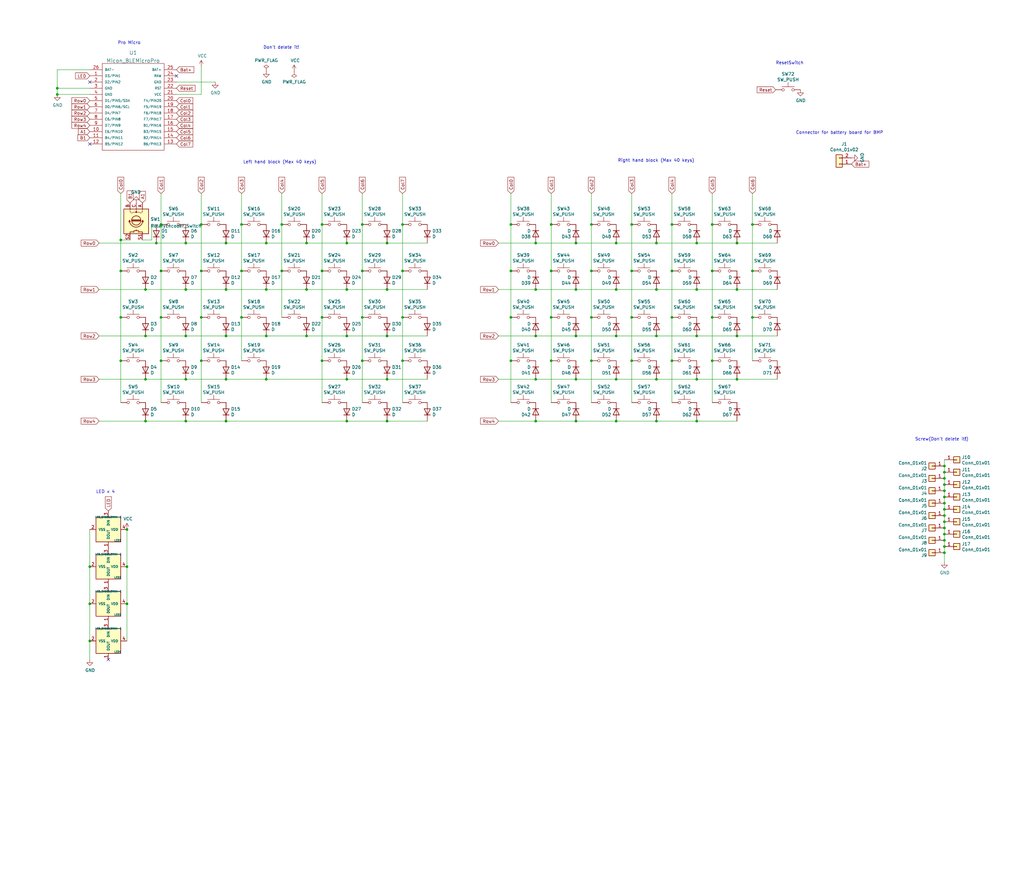
<source format=kicad_sch>
(kicad_sch (version 20211123) (generator eeschema)
  (paper "User" 419.989 360.045)
  (junction (at 226.06 147.955))
  (junction (at 132.08 111.125))
  (junction (at 82.55 92.075))
  (junction (at 109.22 118.745))
  (junction (at 219.71 155.575))
  (junction (at 387.35 191.135))
  (junction (at 275.59 111.125))
  (junction (at 387.35 224.155))
  (junction (at 125.73 118.745))
  (junction (at 292.1 111.125))
  (junction (at 387.35 213.995))
  (junction (at 387.35 221.615))
  (junction (at 275.59 130.175))
  (junction (at 252.73 137.795))
  (junction (at 252.73 155.575))
  (junction (at 242.57 92.075))
  (junction (at 158.75 137.795))
  (junction (at 148.59 147.955))
  (junction (at 387.35 206.375))
  (junction (at 148.59 92.075))
  (junction (at 285.75 137.795))
  (junction (at 142.24 172.72))
  (junction (at 109.22 99.695))
  (junction (at 292.1 130.175))
  (junction (at 269.24 137.795))
  (junction (at 259.08 147.955))
  (junction (at 99.06 111.125))
  (junction (at 59.69 172.72))
  (junction (at 132.08 92.075))
  (junction (at 226.06 111.125))
  (junction (at 219.71 172.72))
  (junction (at 285.75 99.695))
  (junction (at 242.57 111.125))
  (junction (at 66.04 130.175))
  (junction (at 387.35 196.215))
  (junction (at 92.71 118.745))
  (junction (at 209.55 92.075))
  (junction (at 252.73 172.72))
  (junction (at 242.57 130.175))
  (junction (at 76.2 155.575))
  (junction (at 132.08 147.955))
  (junction (at 125.73 99.695))
  (junction (at 292.1 147.955))
  (junction (at 92.71 99.695))
  (junction (at 66.04 111.125))
  (junction (at 275.59 147.955))
  (junction (at 269.24 99.695))
  (junction (at 49.53 130.175))
  (junction (at 165.1 92.075))
  (junction (at 148.59 111.125))
  (junction (at 92.71 137.795))
  (junction (at 165.1 111.125))
  (junction (at 302.26 155.575))
  (junction (at 236.22 137.795))
  (junction (at 66.04 92.075))
  (junction (at 226.06 130.175))
  (junction (at 226.06 92.075))
  (junction (at 64.135 99.695))
  (junction (at 59.69 155.575))
  (junction (at 209.55 147.955))
  (junction (at 109.22 155.575))
  (junction (at 36.83 262.89))
  (junction (at 92.71 155.575))
  (junction (at 82.55 147.955))
  (junction (at 158.75 172.72))
  (junction (at 236.22 99.695))
  (junction (at 269.24 172.72))
  (junction (at 165.1 130.175))
  (junction (at 76.2 137.795))
  (junction (at 52.07 232.41))
  (junction (at 236.22 172.72))
  (junction (at 142.24 137.795))
  (junction (at 36.83 247.65))
  (junction (at 387.35 201.295))
  (junction (at 308.61 130.175))
  (junction (at 242.57 147.955))
  (junction (at 269.24 155.575))
  (junction (at 302.26 99.695))
  (junction (at 302.26 137.795))
  (junction (at 158.75 118.745))
  (junction (at 115.57 92.075))
  (junction (at 132.08 130.175))
  (junction (at 165.1 147.955))
  (junction (at 142.24 155.575))
  (junction (at 99.06 130.175))
  (junction (at 387.35 211.455))
  (junction (at 158.75 99.695))
  (junction (at 209.55 111.125))
  (junction (at 219.71 118.745))
  (junction (at 115.57 111.125))
  (junction (at 76.2 99.695))
  (junction (at 158.75 155.575))
  (junction (at 99.06 92.075))
  (junction (at 142.24 118.745))
  (junction (at 23.495 36.195))
  (junction (at 59.69 118.745))
  (junction (at 387.35 219.075))
  (junction (at 125.73 137.795))
  (junction (at 209.55 130.175))
  (junction (at 76.2 172.72))
  (junction (at 308.61 92.075))
  (junction (at 219.71 137.795))
  (junction (at 148.59 130.175))
  (junction (at 76.2 118.745))
  (junction (at 308.61 111.125))
  (junction (at 49.53 98.425))
  (junction (at 36.83 232.41))
  (junction (at 269.24 118.745))
  (junction (at 387.35 203.835))
  (junction (at 259.08 92.075))
  (junction (at 23.495 38.735))
  (junction (at 236.22 118.745))
  (junction (at 236.22 155.575))
  (junction (at 285.75 118.745))
  (junction (at 59.69 137.795))
  (junction (at 275.59 92.075))
  (junction (at 92.71 172.72))
  (junction (at 387.35 193.675))
  (junction (at 387.35 216.535))
  (junction (at 109.22 137.795))
  (junction (at 52.07 247.65))
  (junction (at 387.35 226.695))
  (junction (at 52.07 217.17))
  (junction (at 49.53 111.125))
  (junction (at 285.75 155.575))
  (junction (at 219.71 99.695))
  (junction (at 82.55 130.175))
  (junction (at 387.35 198.755))
  (junction (at 66.04 147.955))
  (junction (at 82.55 111.125))
  (junction (at 142.24 99.695))
  (junction (at 252.73 99.695))
  (junction (at 302.26 118.745))
  (junction (at 49.53 147.955))
  (junction (at 252.73 118.745))
  (junction (at 259.08 111.125))
  (junction (at 387.35 208.915))
  (junction (at 292.1 92.075))
  (junction (at 285.75 172.72))
  (junction (at 259.08 130.175))
  (no_connect (at 44.45 270.51))
  (no_connect (at 72.39 31.115))
  (no_connect (at 36.83 33.655))
  (no_connect (at 36.83 59.055))
  (wire (pts (xy 387.35 196.215) (xy 387.35 198.755)))
  (wire (pts (xy 236.22 99.695) (xy 252.73 99.695)))
  (wire (pts (xy 387.35 226.695) (xy 387.35 230.505)))
  (wire (pts (xy 308.61 79.375) (xy 308.61 92.075)))
  (wire (pts (xy 109.22 99.695) (xy 125.73 99.695)))
  (wire (pts (xy 76.2 99.695) (xy 92.71 99.695)))
  (wire (pts (xy 252.73 155.575) (xy 269.24 155.575)))
  (wire (pts (xy 204.47 172.72) (xy 219.71 172.72)))
  (wire (pts (xy 275.59 130.175) (xy 275.59 147.955)))
  (wire (pts (xy 115.57 111.125) (xy 115.57 130.175)))
  (wire (pts (xy 165.1 111.125) (xy 165.1 130.175)))
  (wire (pts (xy 148.59 130.175) (xy 148.59 147.955)))
  (wire (pts (xy 125.73 137.795) (xy 142.24 137.795)))
  (wire (pts (xy 219.71 137.795) (xy 236.22 137.795)))
  (wire (pts (xy 132.08 147.955) (xy 132.08 165.1)))
  (wire (pts (xy 36.83 36.195) (xy 23.495 36.195)))
  (wire (pts (xy 23.495 28.575) (xy 23.495 36.195)))
  (wire (pts (xy 165.1 147.955) (xy 165.1 165.1)))
  (wire (pts (xy 252.73 99.695) (xy 269.24 99.695)))
  (wire (pts (xy 308.61 92.075) (xy 308.61 111.125)))
  (wire (pts (xy 387.35 213.995) (xy 387.35 216.535)))
  (wire (pts (xy 387.35 219.075) (xy 387.35 221.615)))
  (wire (pts (xy 142.24 155.575) (xy 158.75 155.575)))
  (wire (pts (xy 308.61 130.175) (xy 308.61 147.955)))
  (wire (pts (xy 209.55 147.955) (xy 209.55 165.1)))
  (wire (pts (xy 82.55 79.375) (xy 82.55 92.075)))
  (wire (pts (xy 275.59 79.375) (xy 275.59 92.075)))
  (wire (pts (xy 269.24 137.795) (xy 285.75 137.795)))
  (wire (pts (xy 148.59 79.375) (xy 148.59 92.075)))
  (wire (pts (xy 76.2 137.795) (xy 92.71 137.795)))
  (wire (pts (xy 259.08 111.125) (xy 259.08 130.175)))
  (wire (pts (xy 99.06 130.175) (xy 99.06 147.955)))
  (wire (pts (xy 292.1 92.075) (xy 292.1 111.125)))
  (wire (pts (xy 219.71 99.695) (xy 236.22 99.695)))
  (wire (pts (xy 259.08 147.955) (xy 259.08 165.1)))
  (wire (pts (xy 269.24 99.695) (xy 285.75 99.695)))
  (wire (pts (xy 302.26 137.795) (xy 318.77 137.795)))
  (wire (pts (xy 226.06 111.125) (xy 226.06 130.175)))
  (wire (pts (xy 387.35 224.155) (xy 387.35 226.695)))
  (wire (pts (xy 92.71 118.745) (xy 109.22 118.745)))
  (wire (pts (xy 242.57 111.125) (xy 242.57 130.175)))
  (wire (pts (xy 125.73 118.745) (xy 142.24 118.745)))
  (wire (pts (xy 132.08 79.375) (xy 132.08 92.075)))
  (wire (pts (xy 275.59 111.125) (xy 275.59 130.175)))
  (wire (pts (xy 49.53 147.955) (xy 49.53 165.1)))
  (wire (pts (xy 219.71 172.72) (xy 236.22 172.72)))
  (wire (pts (xy 259.08 79.375) (xy 259.08 92.075)))
  (wire (pts (xy 76.2 155.575) (xy 92.71 155.575)))
  (wire (pts (xy 49.53 79.375) (xy 49.53 98.425)))
  (wire (pts (xy 259.08 130.175) (xy 259.08 147.955)))
  (wire (pts (xy 109.22 137.795) (xy 125.73 137.795)))
  (wire (pts (xy 88.265 33.655) (xy 72.39 33.655)))
  (wire (pts (xy 387.35 206.375) (xy 387.35 208.915)))
  (wire (pts (xy 275.59 147.955) (xy 275.59 165.1)))
  (wire (pts (xy 387.35 191.135) (xy 387.35 193.675)))
  (wire (pts (xy 49.53 98.425) (xy 53.34 98.425)))
  (wire (pts (xy 158.75 118.745) (xy 175.26 118.745)))
  (wire (pts (xy 99.06 92.075) (xy 99.06 111.125)))
  (wire (pts (xy 59.69 137.795) (xy 40.64 137.795)))
  (wire (pts (xy 209.55 130.175) (xy 209.55 147.955)))
  (wire (pts (xy 292.1 130.175) (xy 292.1 147.955)))
  (wire (pts (xy 275.59 92.075) (xy 275.59 111.125)))
  (wire (pts (xy 115.57 92.075) (xy 115.57 111.125)))
  (wire (pts (xy 285.75 137.795) (xy 302.26 137.795)))
  (wire (pts (xy 82.55 130.175) (xy 82.55 147.955)))
  (wire (pts (xy 302.26 99.695) (xy 318.77 99.695)))
  (wire (pts (xy 49.53 111.125) (xy 49.53 130.175)))
  (wire (pts (xy 132.08 111.125) (xy 132.08 130.175)))
  (wire (pts (xy 219.71 155.575) (xy 236.22 155.575)))
  (wire (pts (xy 158.75 155.575) (xy 175.26 155.575)))
  (wire (pts (xy 387.35 198.755) (xy 387.35 201.295)))
  (wire (pts (xy 242.57 147.955) (xy 242.57 165.1)))
  (wire (pts (xy 142.24 172.72) (xy 158.75 172.72)))
  (wire (pts (xy 269.24 155.575) (xy 285.75 155.575)))
  (wire (pts (xy 204.47 99.695) (xy 219.71 99.695)))
  (wire (pts (xy 92.71 99.695) (xy 109.22 99.695)))
  (wire (pts (xy 236.22 172.72) (xy 252.73 172.72)))
  (wire (pts (xy 23.495 36.195) (xy 23.495 38.735)))
  (wire (pts (xy 387.35 201.295) (xy 387.35 203.835)))
  (wire (pts (xy 142.24 99.695) (xy 158.75 99.695)))
  (wire (pts (xy 52.07 247.65) (xy 52.07 262.89)))
  (wire (pts (xy 387.35 211.455) (xy 387.35 213.995)))
  (wire (pts (xy 387.35 203.835) (xy 387.35 206.375)))
  (wire (pts (xy 66.04 147.955) (xy 66.04 165.1)))
  (wire (pts (xy 62.23 92.075) (xy 64.135 92.075)))
  (wire (pts (xy 109.22 118.745) (xy 125.73 118.745)))
  (wire (pts (xy 59.69 172.72) (xy 76.2 172.72)))
  (wire (pts (xy 82.55 111.125) (xy 82.55 130.175)))
  (wire (pts (xy 59.69 155.575) (xy 40.64 155.575)))
  (wire (pts (xy 165.1 130.175) (xy 165.1 147.955)))
  (wire (pts (xy 148.59 147.955) (xy 148.59 165.1)))
  (wire (pts (xy 82.55 92.075) (xy 82.55 111.125)))
  (wire (pts (xy 387.35 188.595) (xy 387.35 191.135)))
  (wire (pts (xy 66.04 130.175) (xy 66.04 147.955)))
  (wire (pts (xy 142.24 118.745) (xy 158.75 118.745)))
  (wire (pts (xy 49.53 98.425) (xy 49.53 111.125)))
  (wire (pts (xy 292.1 111.125) (xy 292.1 130.175)))
  (wire (pts (xy 132.08 130.175) (xy 132.08 147.955)))
  (wire (pts (xy 269.24 118.745) (xy 285.75 118.745)))
  (wire (pts (xy 165.1 92.075) (xy 165.1 111.125)))
  (wire (pts (xy 36.83 38.735) (xy 23.495 38.735)))
  (wire (pts (xy 226.06 79.375) (xy 226.06 92.075)))
  (wire (pts (xy 285.75 172.72) (xy 302.26 172.72)))
  (wire (pts (xy 76.2 118.745) (xy 92.71 118.745)))
  (wire (pts (xy 59.69 137.795) (xy 76.2 137.795)))
  (wire (pts (xy 209.55 92.075) (xy 209.55 111.125)))
  (wire (pts (xy 66.04 92.075) (xy 66.04 111.125)))
  (wire (pts (xy 92.71 172.72) (xy 142.24 172.72)))
  (wire (pts (xy 158.75 99.695) (xy 175.26 99.695)))
  (wire (pts (xy 82.55 38.735) (xy 82.55 27.305)))
  (wire (pts (xy 285.75 155.575) (xy 302.26 155.575)))
  (wire (pts (xy 236.22 137.795) (xy 252.73 137.795)))
  (wire (pts (xy 252.73 172.72) (xy 269.24 172.72)))
  (wire (pts (xy 252.73 118.745) (xy 269.24 118.745)))
  (wire (pts (xy 242.57 130.175) (xy 242.57 147.955)))
  (wire (pts (xy 99.06 111.125) (xy 99.06 130.175)))
  (wire (pts (xy 292.1 79.375) (xy 292.1 92.075)))
  (wire (pts (xy 292.1 147.955) (xy 292.1 165.1)))
  (wire (pts (xy 36.83 232.41) (xy 36.83 247.65)))
  (wire (pts (xy 158.75 137.795) (xy 175.26 137.795)))
  (wire (pts (xy 142.24 137.795) (xy 158.75 137.795)))
  (wire (pts (xy 36.83 247.65) (xy 36.83 262.89)))
  (wire (pts (xy 226.06 92.075) (xy 226.06 111.125)))
  (wire (pts (xy 59.69 155.575) (xy 76.2 155.575)))
  (wire (pts (xy 132.08 92.075) (xy 132.08 111.125)))
  (wire (pts (xy 285.75 118.745) (xy 302.26 118.745)))
  (wire (pts (xy 59.69 118.745) (xy 76.2 118.745)))
  (wire (pts (xy 269.24 172.72) (xy 285.75 172.72)))
  (wire (pts (xy 52.07 232.41) (xy 52.07 247.65)))
  (wire (pts (xy 242.57 79.375) (xy 242.57 92.075)))
  (wire (pts (xy 148.59 111.125) (xy 148.59 130.175)))
  (wire (pts (xy 236.22 155.575) (xy 252.73 155.575)))
  (wire (pts (xy 72.39 38.735) (xy 82.55 38.735)))
  (wire (pts (xy 82.55 147.955) (xy 82.55 165.1)))
  (wire (pts (xy 259.08 92.075) (xy 259.08 111.125)))
  (wire (pts (xy 99.06 79.375) (xy 99.06 92.075)))
  (wire (pts (xy 49.53 130.175) (xy 49.53 147.955)))
  (wire (pts (xy 387.35 216.535) (xy 387.35 219.075)))
  (wire (pts (xy 242.57 92.075) (xy 242.57 111.125)))
  (wire (pts (xy 109.22 155.575) (xy 142.24 155.575)))
  (wire (pts (xy 59.69 118.745) (xy 40.64 118.745)))
  (wire (pts (xy 165.1 79.375) (xy 165.1 92.075)))
  (wire (pts (xy 219.71 118.745) (xy 236.22 118.745)))
  (wire (pts (xy 36.83 217.17) (xy 36.83 232.41)))
  (wire (pts (xy 226.06 147.955) (xy 226.06 165.1)))
  (wire (pts (xy 92.71 137.795) (xy 109.22 137.795)))
  (wire (pts (xy 158.75 172.72) (xy 175.26 172.72)))
  (wire (pts (xy 252.73 137.795) (xy 269.24 137.795)))
  (wire (pts (xy 58.42 98.425) (xy 62.23 98.425)))
  (wire (pts (xy 66.04 79.375) (xy 66.04 92.075)))
  (wire (pts (xy 236.22 118.745) (xy 252.73 118.745)))
  (wire (pts (xy 209.55 79.375) (xy 209.55 92.075)))
  (wire (pts (xy 76.2 172.72) (xy 92.71 172.72)))
  (wire (pts (xy 62.23 98.425) (xy 62.23 92.075)))
  (wire (pts (xy 209.55 111.125) (xy 209.55 130.175)))
  (wire (pts (xy 92.71 155.575) (xy 109.22 155.575)))
  (wire (pts (xy 226.06 130.175) (xy 226.06 147.955)))
  (wire (pts (xy 52.07 217.17) (xy 52.07 232.41)))
  (wire (pts (xy 308.61 111.125) (xy 308.61 130.175)))
  (wire (pts (xy 59.69 172.72) (xy 40.64 172.72)))
  (wire (pts (xy 115.57 79.375) (xy 115.57 92.075)))
  (wire (pts (xy 36.83 262.89) (xy 36.83 270.51)))
  (wire (pts (xy 302.26 155.575) (xy 318.77 155.575)))
  (wire (pts (xy 285.75 99.695) (xy 302.26 99.695)))
  (wire (pts (xy 387.35 193.675) (xy 387.35 196.215)))
  (wire (pts (xy 148.59 92.075) (xy 148.59 111.125)))
  (wire (pts (xy 204.47 118.745) (xy 219.71 118.745)))
  (wire (pts (xy 204.47 137.795) (xy 219.71 137.795)))
  (wire (pts (xy 302.26 118.745) (xy 318.77 118.745)))
  (wire (pts (xy 66.04 111.125) (xy 66.04 130.175)))
  (wire (pts (xy 36.83 28.575) (xy 23.495 28.575)))
  (wire (pts (xy 64.135 99.695) (xy 76.2 99.695)))
  (wire (pts (xy 387.35 208.915) (xy 387.35 211.455)))
  (wire (pts (xy 40.64 99.695) (xy 64.135 99.695)))
  (wire (pts (xy 204.47 155.575) (xy 219.71 155.575)))
  (wire (pts (xy 387.35 221.615) (xy 387.35 224.155)))
  (wire (pts (xy 125.73 99.695) (xy 142.24 99.695)))
  (text "Connector for battery board for BMP" (at 326.39 55.245 0) (effects (font (size 1.27 1.27)) (justify left bottom)))
  (text "Pro Micro" (at 48.26 18.415 0) (effects (font (size 1.27 1.27)) (justify left bottom)))
  (text "Don't delete it!" (at 107.95 20.32 0) (effects (font (size 1.27 1.27)) (justify left bottom)))
  (text "Left hand block (Max 40 keys)" (at 99.695 67.31 0) (effects (font (size 1.27 1.27)) (justify left bottom)))
  (text "Screw(Don't delete it!)" (at 375.285 180.975 0) (effects (font (size 1.27 1.27)) (justify left bottom)))
  (text "ResetSwitch" (at 318.135 26.67 0) (effects (font (size 1.27 1.27)) (justify left bottom)))
  (text "LED x 4" (at 39.37 202.565 0) (effects (font (size 1.27 1.27)) (justify left bottom)))
  (text "Right hand block (Max 40 keys)" (at 253.365 66.675 0) (effects (font (size 1.27 1.27)) (justify left bottom)))
  (global_label "Row0" (shape input) (at 40.64 99.695 180) (property "Intersheet References" "${INTERSHEET_REFS}" (effects hide)))
  (global_label "B1" (shape input) (at 53.34 83.185 90) (property "Intersheet References" "${INTERSHEET_REFS}" (effects hide)))
  (global_label "Row1" (shape input) (at 204.47 118.745 180) (property "Intersheet References" "${INTERSHEET_REFS}" (effects hide)))
  (global_label "Bat+" (shape input) (at 72.39 28.575 0) (property "Intersheet References" "${INTERSHEET_REFS}" (effects hide)))
  (global_label "Reset" (shape input) (at 72.39 36.195 0) (property "Intersheet References" "${INTERSHEET_REFS}" (effects hide)))
  (global_label "Col6" (shape input) (at 72.39 56.515 0) (property "Intersheet References" "${INTERSHEET_REFS}" (effects hide)))
  (global_label "Row4" (shape input) (at 36.83 51.435 180) (property "Intersheet References" "${INTERSHEET_REFS}" (effects hide)))
  (global_label "Col4" (shape input) (at 72.39 51.435 0) (property "Intersheet References" "${INTERSHEET_REFS}" (effects hide)))
  (global_label "Row2" (shape input) (at 40.64 137.795 180) (property "Intersheet References" "${INTERSHEET_REFS}" (effects hide)))
  (global_label "Row2" (shape input) (at 204.47 137.795 180) (property "Intersheet References" "${INTERSHEET_REFS}" (effects hide)))
  (global_label "Row3" (shape input) (at 40.64 155.575 180) (property "Intersheet References" "${INTERSHEET_REFS}" (effects hide)))
  (global_label "Bat+" (shape input) (at 349.25 67.31 0) (property "Intersheet References" "${INTERSHEET_REFS}" (effects hide)))
  (global_label "Row0" (shape input) (at 204.47 99.695 180) (property "Intersheet References" "${INTERSHEET_REFS}" (effects hide)))
  (global_label "Col3" (shape input) (at 72.39 48.895 0) (property "Intersheet References" "${INTERSHEET_REFS}" (effects hide)))
  (global_label "A1" (shape input) (at 36.83 53.975 180) (property "Intersheet References" "${INTERSHEET_REFS}" (effects hide)))
  (global_label "A1" (shape input) (at 58.42 83.185 90) (property "Intersheet References" "${INTERSHEET_REFS}" (effects hide)))
  (global_label "LED" (shape input) (at 44.45 209.55 90) (property "Intersheet References" "${INTERSHEET_REFS}" (effects hide)))
  (global_label "Row4" (shape input) (at 40.64 172.72 180) (property "Intersheet References" "${INTERSHEET_REFS}" (effects hide)))
  (global_label "Col0" (shape input) (at 49.53 79.375 90) (property "Intersheet References" "${INTERSHEET_REFS}" (effects hide)))
  (global_label "Row1" (shape input) (at 36.83 43.815 180) (property "Intersheet References" "${INTERSHEET_REFS}" (effects hide)))
  (global_label "Col2" (shape input) (at 72.39 46.355 0) (property "Intersheet References" "${INTERSHEET_REFS}" (effects hide)))
  (global_label "Col2" (shape input) (at 242.57 79.375 90) (property "Intersheet References" "${INTERSHEET_REFS}" (effects hide)))
  (global_label "Col4" (shape input) (at 115.57 79.375 90) (property "Intersheet References" "${INTERSHEET_REFS}" (effects hide)))
  (global_label "Col2" (shape input) (at 82.55 79.375 90) (property "Intersheet References" "${INTERSHEET_REFS}" (effects hide)))
  (global_label "Col0" (shape input) (at 72.39 41.275 0) (property "Intersheet References" "${INTERSHEET_REFS}" (effects hide)))
  (global_label "Col7" (shape input) (at 165.1 79.375 90) (property "Intersheet References" "${INTERSHEET_REFS}" (effects hide)))
  (global_label "Col3" (shape input) (at 259.08 79.375 90) (property "Intersheet References" "${INTERSHEET_REFS}" (effects hide)))
  (global_label "Row4" (shape input) (at 204.47 172.72 180) (property "Intersheet References" "${INTERSHEET_REFS}" (effects hide)))
  (global_label "Row1" (shape input) (at 40.64 118.745 180) (property "Intersheet References" "${INTERSHEET_REFS}" (effects hide)))
  (global_label "Col3" (shape input) (at 99.06 79.375 90) (property "Intersheet References" "${INTERSHEET_REFS}" (effects hide)))
  (global_label "Row3" (shape input) (at 36.83 48.895 180) (property "Intersheet References" "${INTERSHEET_REFS}" (effects hide)))
  (global_label "Col5" (shape input) (at 292.1 79.375 90) (property "Intersheet References" "${INTERSHEET_REFS}" (effects hide)))
  (global_label "LED" (shape input) (at 36.83 31.115 180) (property "Intersheet References" "${INTERSHEET_REFS}" (effects hide)))
  (global_label "Col0" (shape input) (at 209.55 79.375 90) (property "Intersheet References" "${INTERSHEET_REFS}" (effects hide)))
  (global_label "Row2" (shape input) (at 36.83 46.355 180) (property "Intersheet References" "${INTERSHEET_REFS}" (effects hide)))
  (global_label "Col5" (shape input) (at 132.08 79.375 90) (property "Intersheet References" "${INTERSHEET_REFS}" (effects hide)))
  (global_label "Col1" (shape input) (at 226.06 79.375 90) (property "Intersheet References" "${INTERSHEET_REFS}" (effects hide)))
  (global_label "Col5" (shape input) (at 72.39 53.975 0) (property "Intersheet References" "${INTERSHEET_REFS}" (effects hide)))
  (global_label "Col4" (shape input) (at 275.59 79.375 90) (property "Intersheet References" "${INTERSHEET_REFS}" (effects hide)))
  (global_label "Row3" (shape input) (at 204.47 155.575 180) (property "Intersheet References" "${INTERSHEET_REFS}" (effects hide)))
  (global_label "B1" (shape input) (at 36.83 56.515 180) (property "Intersheet References" "${INTERSHEET_REFS}" (effects hide)))
  (global_label "Col6" (shape input) (at 308.61 79.375 90) (property "Intersheet References" "${INTERSHEET_REFS}" (effects hide)))
  (global_label "Col7" (shape input) (at 72.39 59.055 0) (property "Intersheet References" "${INTERSHEET_REFS}" (effects hide)))
  (global_label "Col1" (shape input) (at 66.04 79.375 90) (property "Intersheet References" "${INTERSHEET_REFS}" (effects hide)))
  (global_label "Reset" (shape input) (at 318.135 36.83 180) (property "Intersheet References" "${INTERSHEET_REFS}" (effects hide)))
  (global_label "Col6" (shape input) (at 148.59 79.375 90) (property "Intersheet References" "${INTERSHEET_REFS}" (effects hide)))
  (global_label "Col1" (shape input) (at 72.39 43.815 0) (property "Intersheet References" "${INTERSHEET_REFS}" (effects hide)))
  (global_label "Row0" (shape input) (at 36.83 41.275 180) (property "Intersheet References" "${INTERSHEET_REFS}" (effects hide)))
  (symbol (lib_id "power:PWR_FLAG") (at 109.22 29.21 0) (unit 1)
    (property "Reference" "#FLG01" (effects hide))
    (property "Value" "PWR_FLAG" (at 109.22 24.7904 0))
  )
  (symbol (lib_id "power:PWR_FLAG") (at 120.65 29.21 180) (unit 1)
    (property "Reference" "#FLG02" (effects hide))
    (property "Value" "PWR_FLAG" (at 120.65 33.6042 0))
  )
  (symbol (lib_id "power:GND") (at 109.22 29.21 0) (unit 1)
    (property "Reference" "#PWR07" (effects hide))
    (property "Value" "GND" (at 109.347 33.6042 0))
  )
  (symbol (lib_id "power:VCC") (at 120.65 29.21 0) (unit 1)
    (property "Reference" "#PWR08" (effects hide))
    (property "Value" "VCC" (at 121.0818 24.8158 0))
  )
  (symbol (lib_id "power:GND") (at 88.265 33.655 0) (unit 1)
    (property "Reference" "#PWR06" (effects hide))
    (property "Value" "GND" (at 88.392 38.0492 0))
  )
  (symbol (lib_id "power:VCC") (at 82.55 27.305 0) (unit 1)
    (property "Reference" "#PWR05" (effects hide))
    (property "Value" "VCC" (at 82.9818 22.9108 0))
  )
  (symbol (lib_id "power:GND") (at 23.495 38.735 0) (unit 1)
    (property "Reference" "#PWR01" (effects hide))
    (property "Value" "GND" (at 23.622 43.1292 0))
  )
  (symbol (lib_id "Switch:SW_Push") (at 71.12 92.075 0) (unit 1)
    (property "Reference" "SW6" (at 71.12 85.598 0))
    (property "Value" "SW_PUSH" (at 71.12 87.9094 0))
    (property "Footprint" "kbd_SW:CherryMX_Hotswap_1u" (effects hide))
  )
  (symbol (lib_id "Switch:SW_Push") (at 120.65 92.075 0) (unit 1)
    (property "Reference" "SW20" (at 120.65 85.598 0))
    (property "Value" "SW_PUSH" (at 120.65 87.9094 0))
    (property "Footprint" "kbd_SW:CherryMX_Hotswap_1u" (effects hide))
  )
  (symbol (lib_id "Switch:SW_Push") (at 54.61 111.125 0) (unit 1)
    (property "Reference" "SW2" (at 54.61 104.648 0))
    (property "Value" "SW_PUSH" (at 54.61 106.9594 0))
    (property "Footprint" "kbd_SW:CherryMX_Hotswap_1u" (effects hide))
  )
  (symbol (lib_id "Switch:SW_Push") (at 71.12 111.125 0) (unit 1)
    (property "Reference" "SW7" (at 71.12 104.648 0))
    (property "Value" "SW_PUSH" (at 71.12 106.9594 0))
    (property "Footprint" "kbd_SW:CherryMX_Hotswap_1u" (effects hide))
  )
  (symbol (lib_id "Device:D") (at 125.73 95.885 90) (unit 1)
    (property "Reference" "D20" (at 127.7366 94.7166 90) (effects (justify right)))
    (property "Value" "D" (at 127.7366 97.028 90) (effects (justify right)))
    (property "Footprint" "kbd_Parts:Diode_TH_SMD" (effects hide))
  )
  (symbol (lib_id "Device:D") (at 76.2 95.885 90) (unit 1)
    (property "Reference" "D6" (at 78.2066 94.7166 90) (effects (justify right)))
    (property "Value" "D" (at 78.2066 97.028 90) (effects (justify right)))
    (property "Footprint" "kbd_Parts:Diode_TH_SMD" (effects hide))
  )
  (symbol (lib_id "Device:D") (at 76.2 114.935 90) (unit 1)
    (property "Reference" "D7" (at 78.2066 113.7666 90) (effects (justify right)))
    (property "Value" "D" (at 78.2066 116.078 90) (effects (justify right)))
    (property "Footprint" "kbd_Parts:Diode_TH_SMD" (effects hide))
  )
  (symbol (lib_id "Device:D") (at 59.69 114.935 90) (unit 1)
    (property "Reference" "D2" (at 61.6966 113.7666 90) (effects (justify right)))
    (property "Value" "D" (at 61.6966 116.078 90) (effects (justify right)))
    (property "Footprint" "kbd_Parts:Diode_TH_SMD" (effects hide))
  )
  (symbol (lib_id "Switch:SW_Push") (at 323.215 36.83 0) (unit 1)
    (property "Reference" "SW72" (at 323.215 30.353 0))
    (property "Value" "SW_PUSH" (at 323.215 32.6644 0))
    (property "Footprint" "kbd_Parts:ResetSW" (effects hide))
  )
  (symbol (lib_id "power:GND") (at 328.295 36.83 0) (unit 1)
    (property "Reference" "#PWR09" (effects hide))
    (property "Value" "GND" (at 328.422 41.2242 0))
  )
  (symbol (lib_id "Switch:SW_Push") (at 104.14 92.075 0) (unit 1)
    (property "Reference" "SW16" (at 104.14 85.598 0))
    (property "Value" "SW_PUSH" (at 104.14 87.9094 0))
    (property "Footprint" "kbd_SW:CherryMX_Hotswap_1u" (effects hide))
  )
  (symbol (lib_id "Switch:SW_Push") (at 120.65 111.125 0) (unit 1)
    (property "Reference" "SW21" (at 120.65 104.648 0))
    (property "Value" "SW_PUSH" (at 120.65 106.9594 0))
    (property "Footprint" "kbd_SW:CherryMX_Hotswap_1u" (effects hide))
  )
  (symbol (lib_id "Switch:SW_Push") (at 137.16 92.075 0) (unit 1)
    (property "Reference" "SW23" (at 137.16 85.598 0))
    (property "Value" "SW_PUSH" (at 137.16 87.9094 0))
    (property "Footprint" "kbd_SW:CherryMX_Hotswap_1u" (effects hide))
  )
  (symbol (lib_id "Switch:SW_Push") (at 87.63 92.075 0) (unit 1)
    (property "Reference" "SW11" (at 87.63 85.598 0))
    (property "Value" "SW_PUSH" (at 87.63 87.9094 0))
    (property "Footprint" "kbd_SW:CherryMX_Hotswap_1u" (effects hide))
  )
  (symbol (lib_id "Switch:SW_Push") (at 104.14 130.175 0) (unit 1)
    (property "Reference" "SW18" (at 104.14 123.698 0))
    (property "Value" "SW_PUSH" (at 104.14 126.0094 0))
    (property "Footprint" "kbd_SW:CherryMX_Hotswap_1u" (effects hide))
  )
  (symbol (lib_id "Switch:SW_Push") (at 104.14 111.125 0) (unit 1)
    (property "Reference" "SW17" (at 104.14 104.648 0))
    (property "Value" "SW_PUSH" (at 104.14 106.9594 0))
    (property "Footprint" "kbd_SW:CherryMX_Hotswap_1u" (effects hide))
  )
  (symbol (lib_id "Switch:SW_Push") (at 137.16 111.125 0) (unit 1)
    (property "Reference" "SW24" (at 137.16 104.648 0))
    (property "Value" "SW_PUSH" (at 137.16 106.9594 0))
    (property "Footprint" "kbd_SW:CherryMX_Hotswap_1u" (effects hide))
  )
  (symbol (lib_id "Switch:SW_Push") (at 87.63 111.125 0) (unit 1)
    (property "Reference" "SW12" (at 87.63 104.648 0))
    (property "Value" "SW_PUSH" (at 87.63 106.9594 0))
    (property "Footprint" "kbd_SW:CherryMX_Hotswap_1u" (effects hide))
  )
  (symbol (lib_id "Switch:SW_Push") (at 54.61 130.175 0) (unit 1)
    (property "Reference" "SW3" (at 54.61 123.698 0))
    (property "Value" "SW_PUSH" (at 54.61 126.0094 0))
    (property "Footprint" "kbd_SW:CherryMX_Hotswap_1u" (effects hide))
  )
  (symbol (lib_id "Switch:SW_Push") (at 54.61 147.955 0) (unit 1)
    (property "Reference" "SW4" (at 54.61 141.478 0))
    (property "Value" "SW_PUSH" (at 54.61 143.7894 0))
    (property "Footprint" "kbd_SW:CherryMX_Hotswap_1u" (effects hide))
  )
  (symbol (lib_id "Switch:SW_Push") (at 71.12 130.175 0) (unit 1)
    (property "Reference" "SW8" (at 71.12 123.698 0))
    (property "Value" "SW_PUSH" (at 71.12 126.0094 0))
    (property "Footprint" "kbd_SW:CherryMX_Hotswap_1u" (effects hide))
  )
  (symbol (lib_id "Switch:SW_Push") (at 71.12 147.955 0) (unit 1)
    (property "Reference" "SW9" (at 71.12 141.478 0))
    (property "Value" "SW_PUSH" (at 71.12 143.7894 0))
    (property "Footprint" "kbd_SW:CherryMX_Hotswap_1u" (effects hide))
  )
  (symbol (lib_id "Switch:SW_Push") (at 87.63 130.175 0) (unit 1)
    (property "Reference" "SW13" (at 87.63 123.698 0))
    (property "Value" "SW_PUSH" (at 87.63 126.0094 0))
    (property "Footprint" "kbd_SW:CherryMX_Hotswap_1u" (effects hide))
  )
  (symbol (lib_id "Switch:SW_Push") (at 104.14 147.955 0) (unit 1)
    (property "Reference" "SW19" (at 104.14 141.478 0))
    (property "Value" "SW_PUSH" (at 104.14 143.7894 0))
    (property "Footprint" "kbd_SW:CherryMX_Hotswap_2u" (effects hide))
  )
  (symbol (lib_id "Switch:SW_Push") (at 137.16 147.955 0) (unit 1)
    (property "Reference" "SW26" (at 137.16 141.478 0))
    (property "Value" "SW_PUSH" (at 137.16 143.7894 0))
    (property "Footprint" "kbd_SW:CherryMX_Hotswap_2u" (effects hide))
  )
  (symbol (lib_id "Switch:SW_Push") (at 137.16 130.175 0) (unit 1)
    (property "Reference" "SW25" (at 137.16 123.698 0))
    (property "Value" "SW_PUSH" (at 137.16 126.0094 0))
    (property "Footprint" "kbd_SW:CherryMX_Hotswap_1u" (effects hide))
  )
  (symbol (lib_id "Device:D") (at 92.71 95.885 90) (unit 1)
    (property "Reference" "D11" (at 94.7166 94.7166 90) (effects (justify right)))
    (property "Value" "D" (at 94.7166 97.028 90) (effects (justify right)))
    (property "Footprint" "kbd_Parts:Diode_TH_SMD" (effects hide))
  )
  (symbol (lib_id "Device:D") (at 109.22 95.885 90) (unit 1)
    (property "Reference" "D16" (at 111.2266 94.7166 90) (effects (justify right)))
    (property "Value" "D" (at 111.2266 97.028 90) (effects (justify right)))
    (property "Footprint" "kbd_Parts:Diode_TH_SMD" (effects hide))
  )
  (symbol (lib_id "Device:D") (at 142.24 95.885 90) (unit 1)
    (property "Reference" "D23" (at 144.2466 94.7166 90) (effects (justify right)))
    (property "Value" "D" (at 144.2466 97.028 90) (effects (justify right)))
    (property "Footprint" "kbd_Parts:Diode_TH_SMD" (effects hide))
  )
  (symbol (lib_id "Device:D") (at 142.24 114.935 90) (unit 1)
    (property "Reference" "D24" (at 144.2466 113.7666 90) (effects (justify right)))
    (property "Value" "D" (at 144.2466 116.078 90) (effects (justify right)))
    (property "Footprint" "kbd_Parts:Diode_TH_SMD" (effects hide))
  )
  (symbol (lib_id "Device:D") (at 142.24 133.985 90) (unit 1)
    (property "Reference" "D25" (at 144.2466 132.8166 90) (effects (justify right)))
    (property "Value" "D" (at 144.2466 135.128 90) (effects (justify right)))
    (property "Footprint" "kbd_Parts:Diode_TH_SMD" (effects hide))
  )
  (symbol (lib_id "Device:D") (at 142.24 151.765 90) (unit 1)
    (property "Reference" "D26" (at 144.2466 150.5966 90) (effects (justify right)))
    (property "Value" "D" (at 144.2466 152.908 90) (effects (justify right)))
    (property "Footprint" "kbd_Parts:Diode_TH_SMD" (effects hide))
  )
  (symbol (lib_id "Device:D") (at 109.22 114.935 90) (unit 1)
    (property "Reference" "D17" (at 111.2266 113.7666 90) (effects (justify right)))
    (property "Value" "D" (at 111.2266 116.078 90) (effects (justify right)))
    (property "Footprint" "kbd_Parts:Diode_TH_SMD" (effects hide))
  )
  (symbol (lib_id "Device:D") (at 92.71 114.935 90) (unit 1)
    (property "Reference" "D12" (at 94.7166 113.7666 90) (effects (justify right)))
    (property "Value" "D" (at 94.7166 116.078 90) (effects (justify right)))
    (property "Footprint" "kbd_Parts:Diode_TH_SMD" (effects hide))
  )
  (symbol (lib_id "Device:D") (at 92.71 133.985 90) (unit 1)
    (property "Reference" "D13" (at 94.7166 132.8166 90) (effects (justify right)))
    (property "Value" "D" (at 94.7166 135.128 90) (effects (justify right)))
    (property "Footprint" "kbd_Parts:Diode_TH_SMD" (effects hide))
  )
  (symbol (lib_id "Device:D") (at 109.22 133.985 90) (unit 1)
    (property "Reference" "D18" (at 111.2266 132.8166 90) (effects (justify right)))
    (property "Value" "D" (at 111.2266 135.128 90) (effects (justify right)))
    (property "Footprint" "kbd_Parts:Diode_TH_SMD" (effects hide))
  )
  (symbol (lib_id "Device:D") (at 109.22 151.765 90) (unit 1)
    (property "Reference" "D19" (at 111.2266 150.5966 90) (effects (justify right)))
    (property "Value" "D" (at 111.2266 152.908 90) (effects (justify right)))
    (property "Footprint" "kbd_Parts:Diode_TH_SMD" (effects hide))
  )
  (symbol (lib_id "Device:D") (at 76.2 151.765 90) (unit 1)
    (property "Reference" "D9" (at 78.2066 150.5966 90) (effects (justify right)))
    (property "Value" "D" (at 78.2066 152.908 90) (effects (justify right)))
    (property "Footprint" "kbd_Parts:Diode_TH_SMD" (effects hide))
  )
  (symbol (lib_id "Device:D") (at 76.2 133.985 90) (unit 1)
    (property "Reference" "D8" (at 78.2066 132.8166 90) (effects (justify right)))
    (property "Value" "D" (at 78.2066 135.128 90) (effects (justify right)))
    (property "Footprint" "kbd_Parts:Diode_TH_SMD" (effects hide))
  )
  (symbol (lib_id "Device:D") (at 59.69 133.985 90) (unit 1)
    (property "Reference" "D3" (at 61.6966 132.8166 90) (effects (justify right)))
    (property "Value" "D" (at 61.6966 135.128 90) (effects (justify right)))
    (property "Footprint" "kbd_Parts:Diode_TH_SMD" (effects hide))
  )
  (symbol (lib_id "Device:D") (at 59.69 151.765 90) (unit 1)
    (property "Reference" "D4" (at 61.6966 150.5966 90) (effects (justify right)))
    (property "Value" "D" (at 61.6966 152.908 90) (effects (justify right)))
    (property "Footprint" "kbd_Parts:Diode_TH_SMD" (effects hide))
  )
  (symbol (lib_id "Switch:SW_Push") (at 54.61 165.1 0) (unit 1)
    (property "Reference" "SW5" (at 54.61 158.623 0))
    (property "Value" "SW_PUSH" (at 54.61 160.9344 0))
    (property "Footprint" "kbd_SW:CherryMX_Hotswap_1u" (effects hide))
  )
  (symbol (lib_id "Switch:SW_Push") (at 71.12 165.1 0) (unit 1)
    (property "Reference" "SW10" (at 71.12 158.623 0))
    (property "Value" "SW_PUSH" (at 71.12 160.9344 0))
    (property "Footprint" "kbd_SW:CherryMX_Hotswap_1u" (effects hide))
  )
  (symbol (lib_id "Switch:SW_Push") (at 87.63 165.1 0) (unit 1)
    (property "Reference" "SW15" (at 87.63 158.623 0))
    (property "Value" "SW_PUSH" (at 87.63 160.9344 0))
    (property "Footprint" "kbd_SW:CherryMX_Hotswap_1u" (effects hide))
  )
  (symbol (lib_id "Switch:SW_Push") (at 137.16 165.1 0) (unit 1)
    (property "Reference" "SW27" (at 137.16 158.623 0))
    (property "Value" "SW_PUSH" (at 137.16 160.9344 0))
    (property "Footprint" "kbd_SW:CherryMX_Hotswap_1u" (effects hide))
  )
  (symbol (lib_id "Device:D") (at 59.69 168.91 90) (unit 1)
    (property "Reference" "D5" (at 61.6966 167.7416 90) (effects (justify right)))
    (property "Value" "D" (at 61.6966 170.053 90) (effects (justify right)))
    (property "Footprint" "kbd_Parts:Diode_TH_SMD" (effects hide))
  )
  (symbol (lib_id "Device:D") (at 76.2 168.91 90) (unit 1)
    (property "Reference" "D10" (at 78.2066 167.7416 90) (effects (justify right)))
    (property "Value" "D" (at 78.2066 170.053 90) (effects (justify right)))
    (property "Footprint" "kbd_Parts:Diode_TH_SMD" (effects hide))
  )
  (symbol (lib_id "Device:D") (at 92.71 168.91 90) (unit 1)
    (property "Reference" "D15" (at 94.7166 167.7416 90) (effects (justify right)))
    (property "Value" "D" (at 94.7166 170.053 90) (effects (justify right)))
    (property "Footprint" "kbd_Parts:Diode_TH_SMD" (effects hide))
  )
  (symbol (lib_id "Device:D") (at 142.24 168.91 90) (unit 1)
    (property "Reference" "D27" (at 144.2466 167.7416 90) (effects (justify right)))
    (property "Value" "D" (at 144.2466 170.053 90) (effects (justify right)))
    (property "Footprint" "kbd_Parts:Diode_TH_SMD" (effects hide))
  )
  (symbol (lib_id "power:VCC") (at 52.07 217.17 0) (unit 1)
    (property "Reference" "#PWR03" (effects hide))
    (property "Value" "VCC" (at 52.5018 212.7758 0))
  )
  (symbol (lib_id "power:GND") (at 36.83 270.51 0) (unit 1)
    (property "Reference" "#PWR02" (effects hide))
    (property "Value" "GND" (at 36.957 274.9042 0))
  )
  (symbol (lib_id "Connector_Generic:Conn_01x01") (at 392.43 208.915 0) (unit 1)
    (property "Reference" "J14" (at 394.462 207.8482 0) (effects (justify left)))
    (property "Value" "Conn_01x01" (at 394.462 210.1596 0) (effects (justify left)))
    (property "Footprint" "kbd_Hole:m2_Screw_Hole_EdgeCuts" (effects hide))
  )
  (symbol (lib_id "Connector_Generic:Conn_01x01") (at 382.27 211.455 180) (unit 1)
    (property "Reference" "J6" (at 380.238 212.5218 0) (effects (justify left)))
    (property "Value" "Conn_01x01" (at 380.238 210.2104 0) (effects (justify left)))
    (property "Footprint" "kbd_Hole:m2_Screw_Hole_Fab" (effects hide))
  )
  (symbol (lib_id "power:GND") (at 387.35 230.505 0) (unit 1)
    (property "Reference" "#PWR011" (effects hide))
    (property "Value" "GND" (at 387.477 234.8992 0))
  )
  (symbol (lib_id "Connector_Generic:Conn_01x01") (at 392.43 213.995 0) (unit 1)
    (property "Reference" "J15" (at 394.462 212.9282 0) (effects (justify left)))
    (property "Value" "Conn_01x01" (at 394.462 215.2396 0) (effects (justify left)))
    (property "Footprint" "kbd_Hole:m2_Screw_Hole_Fab" (effects hide))
  )
  (symbol (lib_id "Connector_Generic:Conn_01x01") (at 382.27 216.535 180) (unit 1)
    (property "Reference" "J7" (at 380.238 217.6018 0) (effects (justify left)))
    (property "Value" "Conn_01x01" (at 380.238 215.2904 0) (effects (justify left)))
    (property "Footprint" "kbd_Hole:m2_Screw_Hole_Fab" (effects hide))
  )
  (symbol (lib_id "Device:D") (at 92.71 151.765 90) (unit 1)
    (property "Reference" "D14" (at 94.7166 150.5966 90) (effects (justify right)))
    (property "Value" "D" (at 94.7166 152.908 90) (effects (justify right)))
    (property "Footprint" "kbd_Parts:Diode_TH_SMD" (effects hide))
  )
  (symbol (lib_id "Switch:SW_Push") (at 87.63 147.955 0) (unit 1)
    (property "Reference" "SW14" (at 87.63 141.478 0))
    (property "Value" "SW_PUSH" (at 87.63 143.7894 0))
    (property "Footprint" "kbd_SW:CherryMX_Hotswap_1u" (effects hide))
  )
  (symbol (lib_id "Device:D") (at 158.75 168.91 90) (unit 1)
    (property "Reference" "D32" (at 160.7566 167.7416 90) (effects (justify right)))
    (property "Value" "D" (at 160.7566 170.053 90) (effects (justify right)))
    (property "Footprint" "kbd_Parts:Diode_TH_SMD" (effects hide))
  )
  (symbol (lib_id "Switch:SW_Push") (at 153.67 165.1 0) (unit 1)
    (property "Reference" "SW32" (at 153.67 158.623 0))
    (property "Value" "SW_PUSH" (at 153.67 160.9344 0))
    (property "Footprint" "kbd_SW:CherryMX_Hotswap_1u" (effects hide))
  )
  (symbol (lib_id "Switch:SW_Push") (at 153.67 147.955 0) (unit 1)
    (property "Reference" "SW31" (at 153.67 141.478 0))
    (property "Value" "SW_PUSH" (at 153.67 143.7894 0))
    (property "Footprint" "kbd_SW:CherryMX_Hotswap_1u" (effects hide))
  )
  (symbol (lib_id "Switch:SW_Push") (at 153.67 130.175 0) (unit 1)
    (property "Reference" "SW30" (at 153.67 123.698 0))
    (property "Value" "SW_PUSH" (at 153.67 126.0094 0))
    (property "Footprint" "kbd_SW:CherryMX_Hotswap_1u" (effects hide))
  )
  (symbol (lib_id "Switch:SW_Push") (at 153.67 111.125 0) (unit 1)
    (property "Reference" "SW29" (at 153.67 104.648 0))
    (property "Value" "SW_PUSH" (at 153.67 106.9594 0))
    (property "Footprint" "kbd_SW:CherryMX_Hotswap_1u" (effects hide))
  )
  (symbol (lib_id "Switch:SW_Push") (at 153.67 92.075 0) (unit 1)
    (property "Reference" "SW28" (at 153.67 85.598 0))
    (property "Value" "SW_PUSH" (at 153.67 87.9094 0))
    (property "Footprint" "kbd_SW:CherryMX_Hotswap_1u" (effects hide))
  )
  (symbol (lib_id "Device:D") (at 158.75 151.765 90) (unit 1)
    (property "Reference" "D31" (at 160.7566 150.5966 90) (effects (justify right)))
    (property "Value" "D" (at 160.7566 152.908 90) (effects (justify right)))
    (property "Footprint" "kbd_Parts:Diode_TH_SMD" (effects hide))
  )
  (symbol (lib_id "Device:D") (at 158.75 133.985 90) (unit 1)
    (property "Reference" "D30" (at 160.7566 132.8166 90) (effects (justify right)))
    (property "Value" "D" (at 160.7566 135.128 90) (effects (justify right)))
    (property "Footprint" "kbd_Parts:Diode_TH_SMD" (effects hide))
  )
  (symbol (lib_id "Device:D") (at 158.75 114.935 90) (unit 1)
    (property "Reference" "D29" (at 160.7566 113.7666 90) (effects (justify right)))
    (property "Value" "D" (at 160.7566 116.078 90) (effects (justify right)))
    (property "Footprint" "kbd_Parts:Diode_TH_SMD" (effects hide))
  )
  (symbol (lib_id "Device:D") (at 158.75 95.885 90) (unit 1)
    (property "Reference" "D28" (at 160.7566 94.7166 90) (effects (justify right)))
    (property "Value" "D" (at 160.7566 97.028 90) (effects (justify right)))
    (property "Footprint" "kbd_Parts:Diode_TH_SMD" (effects hide))
  )
  (symbol (lib_id "Device:D") (at 219.71 95.885 270) (unit 1)
    (property "Reference" "D38" (at 217.7034 97.0534 90) (effects (justify right)))
    (property "Value" "D" (at 217.7034 94.742 90) (effects (justify right)))
    (property "Footprint" "kbd_Parts:Diode_TH_SMD" (effects hide))
  )
  (symbol (lib_id "Device:D") (at 219.71 114.935 270) (unit 1)
    (property "Reference" "D39" (at 217.7034 116.1034 90) (effects (justify right)))
    (property "Value" "D" (at 217.7034 113.792 90) (effects (justify right)))
    (property "Footprint" "kbd_Parts:Diode_TH_SMD" (effects hide))
  )
  (symbol (lib_id "Device:D") (at 219.71 133.985 270) (unit 1)
    (property "Reference" "D40" (at 217.7034 135.1534 90) (effects (justify right)))
    (property "Value" "D" (at 217.7034 132.842 90) (effects (justify right)))
    (property "Footprint" "kbd_Parts:Diode_TH_SMD" (effects hide))
  )
  (symbol (lib_id "Device:D") (at 219.71 151.765 270) (unit 1)
    (property "Reference" "D41" (at 217.7034 152.9334 90) (effects (justify right)))
    (property "Value" "D" (at 217.7034 150.622 90) (effects (justify right)))
    (property "Footprint" "kbd_Parts:Diode_TH_SMD" (effects hide))
  )
  (symbol (lib_id "Switch:SW_Push") (at 214.63 147.955 0) (unit 1)
    (property "Reference" "SW41" (at 214.63 141.478 0))
    (property "Value" "SW_PUSH" (at 214.63 143.7894 0))
    (property "Footprint" "kbd_SW:CherryMX_Hotswap_1u" (effects hide))
  )
  (symbol (lib_id "Switch:SW_Push") (at 214.63 130.175 0) (unit 1)
    (property "Reference" "SW40" (at 214.63 123.698 0))
    (property "Value" "SW_PUSH" (at 214.63 126.0094 0))
    (property "Footprint" "kbd_SW:CherryMX_Hotswap_1u" (effects hide))
  )
  (symbol (lib_id "Switch:SW_Push") (at 214.63 111.125 0) (unit 1)
    (property "Reference" "SW39" (at 214.63 104.648 0))
    (property "Value" "SW_PUSH" (at 214.63 106.9594 0))
    (property "Footprint" "kbd_SW:CherryMX_Hotswap_1u" (effects hide))
  )
  (symbol (lib_id "Switch:SW_Push") (at 214.63 92.075 0) (unit 1)
    (property "Reference" "SW38" (at 214.63 85.598 0))
    (property "Value" "SW_PUSH" (at 214.63 87.9094 0))
    (property "Footprint" "kbd_SW:CherryMX_Hotswap_1u" (effects hide))
  )
  (symbol (lib_id "Switch:SW_Push") (at 214.63 165.1 0) (unit 1)
    (property "Reference" "SW42" (at 214.63 158.623 0))
    (property "Value" "SW_PUSH" (at 214.63 160.9344 0))
    (property "Footprint" "kbd_SW:CherryMX_Hotswap_1u" (effects hide))
  )
  (symbol (lib_id "Device:D") (at 219.71 168.91 270) (unit 1)
    (property "Reference" "D42" (at 217.7034 170.0784 90) (effects (justify right)))
    (property "Value" "D" (at 217.7034 167.767 90) (effects (justify right)))
    (property "Footprint" "kbd_Parts:Diode_TH_SMD" (effects hide))
  )
  (symbol (lib_id "Switch:SW_Push") (at 247.65 147.955 0) (unit 1)
    (property "Reference" "SW51" (at 247.65 141.478 0))
    (property "Value" "SW_PUSH" (at 247.65 143.7894 0))
    (property "Footprint" "kbd_SW:CherryMX_Hotswap_1u" (effects hide))
  )
  (symbol (lib_id "Device:D") (at 252.73 151.765 270) (unit 1)
    (property "Reference" "D51" (at 250.7234 152.9334 90) (effects (justify right)))
    (property "Value" "D" (at 250.7234 150.622 90) (effects (justify right)))
    (property "Footprint" "kbd_Parts:Diode_TH_SMD" (effects hide))
  )
  (symbol (lib_id "Device:D") (at 302.26 168.91 270) (unit 1)
    (property "Reference" "D67" (at 300.2534 170.0784 90) (effects (justify right)))
    (property "Value" "D" (at 300.2534 167.767 90) (effects (justify right)))
    (property "Footprint" "kbd_Parts:Diode_TH_SMD" (effects hide))
  )
  (symbol (lib_id "Device:D") (at 285.75 168.91 270) (unit 1)
    (property "Reference" "D62" (at 283.7434 170.0784 90) (effects (justify right)))
    (property "Value" "D" (at 283.7434 167.767 90) (effects (justify right)))
    (property "Footprint" "kbd_Parts:Diode_TH_SMD" (effects hide))
  )
  (symbol (lib_id "Device:D") (at 269.24 168.91 270) (unit 1)
    (property "Reference" "D57" (at 267.2334 170.0784 90) (effects (justify right)))
    (property "Value" "D" (at 267.2334 167.767 90) (effects (justify right)))
    (property "Footprint" "kbd_Parts:Diode_TH_SMD" (effects hide))
  )
  (symbol (lib_id "Device:D") (at 252.73 168.91 270) (unit 1)
    (property "Reference" "D52" (at 250.7234 170.0784 90) (effects (justify right)))
    (property "Value" "D" (at 250.7234 167.767 90) (effects (justify right)))
    (property "Footprint" "kbd_Parts:Diode_TH_SMD" (effects hide))
  )
  (symbol (lib_id "Device:D") (at 236.22 168.91 270) (unit 1)
    (property "Reference" "D47" (at 234.2134 170.0784 90) (effects (justify right)))
    (property "Value" "D" (at 234.2134 167.767 90) (effects (justify right)))
    (property "Footprint" "kbd_Parts:Diode_TH_SMD" (effects hide))
  )
  (symbol (lib_id "Switch:SW_Push") (at 297.18 165.1 0) (unit 1)
    (property "Reference" "SW67" (at 297.18 158.623 0))
    (property "Value" "SW_PUSH" (at 297.18 160.9344 0))
    (property "Footprint" "kbd_SW:CherryMX_Hotswap_1u" (effects hide))
  )
  (symbol (lib_id "Switch:SW_Push") (at 280.67 165.1 0) (unit 1)
    (property "Reference" "SW62" (at 280.67 158.623 0))
    (property "Value" "SW_PUSH" (at 280.67 160.9344 0))
    (property "Footprint" "kbd_SW:CherryMX_Hotswap_1u" (effects hide))
  )
  (symbol (lib_id "Switch:SW_Push") (at 264.16 165.1 0) (unit 1)
    (property "Reference" "SW57" (at 264.16 158.623 0))
    (property "Value" "SW_PUSH" (at 264.16 160.9344 0))
    (property "Footprint" "kbd_SW:CherryMX_Hotswap_1u" (effects hide))
  )
  (symbol (lib_id "Switch:SW_Push") (at 247.65 165.1 0) (unit 1)
    (property "Reference" "SW52" (at 247.65 158.623 0))
    (property "Value" "SW_PUSH" (at 247.65 160.9344 0))
    (property "Footprint" "kbd_SW:CherryMX_Hotswap_1u" (effects hide))
  )
  (symbol (lib_id "Switch:SW_Push") (at 231.14 165.1 0) (unit 1)
    (property "Reference" "SW47" (at 231.14 158.623 0))
    (property "Value" "SW_PUSH" (at 231.14 160.9344 0))
    (property "Footprint" "kbd_SW:CherryMX_Hotswap_1u" (effects hide))
  )
  (symbol (lib_id "Switch:SW_Push") (at 247.65 92.075 0) (unit 1)
    (property "Reference" "SW48" (at 247.65 85.598 0))
    (property "Value" "SW_PUSH" (at 247.65 87.9094 0))
    (property "Footprint" "kbd_SW:CherryMX_Hotswap_1u" (effects hide))
  )
  (symbol (lib_id "Switch:SW_Push") (at 247.65 111.125 0) (unit 1)
    (property "Reference" "SW49" (at 247.65 104.648 0))
    (property "Value" "SW_PUSH" (at 247.65 106.9594 0))
    (property "Footprint" "kbd_SW:CherryMX_Hotswap_1u" (effects hide))
  )
  (symbol (lib_id "Switch:SW_Push") (at 247.65 130.175 0) (unit 1)
    (property "Reference" "SW50" (at 247.65 123.698 0))
    (property "Value" "SW_PUSH" (at 247.65 126.0094 0))
    (property "Footprint" "kbd_SW:CherryMX_Hotswap_1u" (effects hide))
  )
  (symbol (lib_id "Switch:SW_Push") (at 231.14 147.955 0) (unit 1)
    (property "Reference" "SW46" (at 231.14 141.478 0))
    (property "Value" "SW_PUSH" (at 231.14 143.7894 0))
    (property "Footprint" "kbd_SW:CherryMX_Hotswap_1u" (effects hide))
  )
  (symbol (lib_id "Switch:SW_Push") (at 231.14 130.175 0) (unit 1)
    (property "Reference" "SW45" (at 231.14 123.698 0))
    (property "Value" "SW_PUSH" (at 231.14 126.0094 0))
    (property "Footprint" "kbd_SW:CherryMX_Hotswap_1u" (effects hide))
  )
  (symbol (lib_id "Switch:SW_Push") (at 231.14 111.125 0) (unit 1)
    (property "Reference" "SW44" (at 231.14 104.648 0))
    (property "Value" "SW_PUSH" (at 231.14 106.9594 0))
    (property "Footprint" "kbd_SW:CherryMX_Hotswap_1u" (effects hide))
  )
  (symbol (lib_id "Switch:SW_Push") (at 231.14 92.075 0) (unit 1)
    (property "Reference" "SW43" (at 231.14 85.598 0))
    (property "Value" "SW_PUSH" (at 231.14 87.9094 0))
    (property "Footprint" "kbd_SW:CherryMX_Hotswap_1u" (effects hide))
  )
  (symbol (lib_id "Switch:SW_Push") (at 280.67 92.075 0) (unit 1)
    (property "Reference" "SW58" (at 280.67 85.598 0))
    (property "Value" "SW_PUSH" (at 280.67 87.9094 0))
    (property "Footprint" "kbd_SW:CherryMX_Hotswap_1u" (effects hide))
  )
  (symbol (lib_id "Switch:SW_Push") (at 280.67 111.125 0) (unit 1)
    (property "Reference" "SW59" (at 280.67 104.648 0))
    (property "Value" "SW_PUSH" (at 280.67 106.9594 0))
    (property "Footprint" "kbd_SW:CherryMX_Hotswap_1u" (effects hide))
  )
  (symbol (lib_id "Switch:SW_Push") (at 280.67 130.175 0) (unit 1)
    (property "Reference" "SW60" (at 280.67 123.698 0))
    (property "Value" "SW_PUSH" (at 280.67 126.0094 0))
    (property "Footprint" "kbd_SW:CherryMX_Hotswap_1u" (effects hide))
  )
  (symbol (lib_id "Switch:SW_Push") (at 280.67 147.955 0) (unit 1)
    (property "Reference" "SW61" (at 280.67 141.478 0))
    (property "Value" "SW_PUSH" (at 280.67 143.7894 0))
    (property "Footprint" "kbd_SW:CherryMX_Hotswap_1u" (effects hide))
  )
  (symbol (lib_id "Switch:SW_Push") (at 264.16 147.955 0) (unit 1)
    (property "Reference" "SW56" (at 264.16 141.478 0))
    (property "Value" "SW_PUSH" (at 264.16 143.7894 0))
    (property "Footprint" "kbd_SW:CherryMX_Hotswap_1u" (effects hide))
  )
  (symbol (lib_id "Switch:SW_Push") (at 264.16 130.175 0) (unit 1)
    (property "Reference" "SW55" (at 264.16 123.698 0))
    (property "Value" "SW_PUSH" (at 264.16 126.0094 0))
    (property "Footprint" "kbd_SW:CherryMX_Hotswap_1u" (effects hide))
  )
  (symbol (lib_id "Switch:SW_Push") (at 264.16 111.125 0) (unit 1)
    (property "Reference" "SW54" (at 264.16 104.648 0))
    (property "Value" "SW_PUSH" (at 264.16 106.9594 0))
    (property "Footprint" "kbd_SW:CherryMX_Hotswap_1u" (effects hide))
  )
  (symbol (lib_id "Switch:SW_Push") (at 264.16 92.075 0) (unit 1)
    (property "Reference" "SW53" (at 264.16 85.598 0))
    (property "Value" "SW_PUSH" (at 264.16 87.9094 0))
    (property "Footprint" "kbd_SW:CherryMX_Hotswap_1u" (effects hide))
  )
  (symbol (lib_id "Switch:SW_Push") (at 297.18 147.955 0) (unit 1)
    (property "Reference" "SW66" (at 297.18 141.478 0))
    (property "Value" "SW_PUSH" (at 297.18 143.7894 0))
    (property "Footprint" "kbd_SW:CherryMX_Hotswap_1u" (effects hide))
  )
  (symbol (lib_id "Switch:SW_Push") (at 297.18 130.175 0) (unit 1)
    (property "Reference" "SW65" (at 297.18 123.698 0))
    (property "Value" "SW_PUSH" (at 297.18 126.0094 0))
    (property "Footprint" "kbd_SW:CherryMX_Hotswap_1u" (effects hide))
  )
  (symbol (lib_id "Switch:SW_Push") (at 297.18 111.125 0) (unit 1)
    (property "Reference" "SW64" (at 297.18 104.648 0))
    (property "Value" "SW_PUSH" (at 297.18 106.9594 0))
    (property "Footprint" "kbd_SW:CherryMX_Hotswap_1u" (effects hide))
  )
  (symbol (lib_id "Switch:SW_Push") (at 297.18 92.075 0) (unit 1)
    (property "Reference" "SW63" (at 297.18 85.598 0))
    (property "Value" "SW_PUSH" (at 297.18 87.9094 0))
    (property "Footprint" "kbd_SW:CherryMX_Hotswap_1u" (effects hide))
  )
  (symbol (lib_id "Device:D") (at 236.22 133.985 270) (unit 1)
    (property "Reference" "D45" (at 234.2134 135.1534 90) (effects (justify right)))
    (property "Value" "D" (at 234.2134 132.842 90) (effects (justify right)))
    (property "Footprint" "kbd_Parts:Diode_TH_SMD" (effects hide))
  )
  (symbol (lib_id "Device:D") (at 236.22 151.765 270) (unit 1)
    (property "Reference" "D46" (at 234.2134 152.9334 90) (effects (justify right)))
    (property "Value" "D" (at 234.2134 150.622 90) (effects (justify right)))
    (property "Footprint" "kbd_Parts:Diode_TH_SMD" (effects hide))
  )
  (symbol (lib_id "Device:D") (at 269.24 151.765 270) (unit 1)
    (property "Reference" "D56" (at 267.2334 152.9334 90) (effects (justify right)))
    (property "Value" "D" (at 267.2334 150.622 90) (effects (justify right)))
    (property "Footprint" "kbd_Parts:Diode_TH_SMD" (effects hide))
  )
  (symbol (lib_id "Device:D") (at 269.24 133.985 270) (unit 1)
    (property "Reference" "D55" (at 267.2334 135.1534 90) (effects (justify right)))
    (property "Value" "D" (at 267.2334 132.842 90) (effects (justify right)))
    (property "Footprint" "kbd_Parts:Diode_TH_SMD" (effects hide))
  )
  (symbol (lib_id "Device:D") (at 252.73 133.985 270) (unit 1)
    (property "Reference" "D50" (at 250.7234 135.1534 90) (effects (justify right)))
    (property "Value" "D" (at 250.7234 132.842 90) (effects (justify right)))
    (property "Footprint" "kbd_Parts:Diode_TH_SMD" (effects hide))
  )
  (symbol (lib_id "Device:D") (at 252.73 114.935 270) (unit 1)
    (property "Reference" "D49" (at 250.7234 116.1034 90) (effects (justify right)))
    (property "Value" "D" (at 250.7234 113.792 90) (effects (justify right)))
    (property "Footprint" "kbd_Parts:Diode_TH_SMD" (effects hide))
  )
  (symbol (lib_id "Device:D") (at 269.24 114.935 270) (unit 1)
    (property "Reference" "D54" (at 267.2334 116.1034 90) (effects (justify right)))
    (property "Value" "D" (at 267.2334 113.792 90) (effects (justify right)))
    (property "Footprint" "kbd_Parts:Diode_TH_SMD" (effects hide))
  )
  (symbol (lib_id "Device:D") (at 285.75 114.935 270) (unit 1)
    (property "Reference" "D59" (at 283.7434 116.1034 90) (effects (justify right)))
    (property "Value" "D" (at 283.7434 113.792 90) (effects (justify right)))
    (property "Footprint" "kbd_Parts:Diode_TH_SMD" (effects hide))
  )
  (symbol (lib_id "Device:D") (at 285.75 133.985 270) (unit 1)
    (property "Reference" "D60" (at 283.7434 135.1534 90) (effects (justify right)))
    (property "Value" "D" (at 283.7434 132.842 90) (effects (justify right)))
    (property "Footprint" "kbd_Parts:Diode_TH_SMD" (effects hide))
  )
  (symbol (lib_id "Device:D") (at 285.75 151.765 270) (unit 1)
    (property "Reference" "D61" (at 283.7434 152.9334 90) (effects (justify right)))
    (property "Value" "D" (at 283.7434 150.622 90) (effects (justify right)))
    (property "Footprint" "kbd_Parts:Diode_TH_SMD" (effects hide))
  )
  (symbol (lib_id "Device:D") (at 302.26 151.765 270) (unit 1)
    (property "Reference" "D66" (at 300.2534 152.9334 90) (effects (justify right)))
    (property "Value" "D" (at 300.2534 150.622 90) (effects (justify right)))
    (property "Footprint" "kbd_Parts:Diode_TH_SMD" (effects hide))
  )
  (symbol (lib_id "Device:D") (at 302.26 133.985 270) (unit 1)
    (property "Reference" "D65" (at 300.2534 135.1534 90) (effects (justify right)))
    (property "Value" "D" (at 300.2534 132.842 90) (effects (justify right)))
    (property "Footprint" "kbd_Parts:Diode_TH_SMD" (effects hide))
  )
  (symbol (lib_id "Device:D") (at 302.26 114.935 270) (unit 1)
    (property "Reference" "D64" (at 300.2534 116.1034 90) (effects (justify right)))
    (property "Value" "D" (at 300.2534 113.792 90) (effects (justify right)))
    (property "Footprint" "kbd_Parts:Diode_TH_SMD" (effects hide))
  )
  (symbol (lib_id "Device:D") (at 302.26 95.885 270) (unit 1)
    (property "Reference" "D63" (at 300.2534 97.0534 90) (effects (justify right)))
    (property "Value" "D" (at 300.2534 94.742 90) (effects (justify right)))
    (property "Footprint" "kbd_Parts:Diode_TH_SMD" (effects hide))
  )
  (symbol (lib_id "Device:D") (at 285.75 95.885 270) (unit 1)
    (property "Reference" "D58" (at 283.7434 97.0534 90) (effects (justify right)))
    (property "Value" "D" (at 283.7434 94.742 90) (effects (justify right)))
    (property "Footprint" "kbd_Parts:Diode_TH_SMD" (effects hide))
  )
  (symbol (lib_id "Device:D") (at 269.24 95.885 270) (unit 1)
    (property "Reference" "D53" (at 267.2334 97.0534 90) (effects (justify right)))
    (property "Value" "D" (at 267.2334 94.742 90) (effects (justify right)))
    (property "Footprint" "kbd_Parts:Diode_TH_SMD" (effects hide))
  )
  (symbol (lib_id "Device:D") (at 252.73 95.885 270) (unit 1)
    (property "Reference" "D48" (at 250.7234 97.0534 90) (effects (justify right)))
    (property "Value" "D" (at 250.7234 94.742 90) (effects (justify right)))
    (property "Footprint" "kbd_Parts:Diode_TH_SMD" (effects hide))
  )
  (symbol (lib_id "Device:D") (at 236.22 114.935 270) (unit 1)
    (property "Reference" "D44" (at 234.2134 116.1034 90) (effects (justify right)))
    (property "Value" "D" (at 234.2134 113.792 90) (effects (justify right)))
    (property "Footprint" "kbd_Parts:Diode_TH_SMD" (effects hide))
  )
  (symbol (lib_id "Device:D") (at 236.22 95.885 270) (unit 1)
    (property "Reference" "D43" (at 234.2134 97.0534 90) (effects (justify right)))
    (property "Value" "D" (at 234.2134 94.742 90) (effects (justify right)))
    (property "Footprint" "kbd_Parts:Diode_TH_SMD" (effects hide))
  )
  (symbol (lib_id "Switch:SW_Push") (at 313.69 147.955 0) (unit 1)
    (property "Reference" "SW71" (at 313.69 141.478 0))
    (property "Value" "SW_PUSH" (at 313.69 143.7894 0))
    (property "Footprint" "kbd_SW:CherryMX_Hotswap_2u" (effects hide))
  )
  (symbol (lib_id "Switch:SW_Push") (at 313.69 130.175 0) (unit 1)
    (property "Reference" "SW70" (at 313.69 123.698 0))
    (property "Value" "SW_PUSH" (at 313.69 126.0094 0))
    (property "Footprint" "kbd_SW:CherryMX_Hotswap_1u" (effects hide))
  )
  (symbol (lib_id "Switch:SW_Push") (at 313.69 111.125 0) (unit 1)
    (property "Reference" "SW69" (at 313.69 104.648 0))
    (property "Value" "SW_PUSH" (at 313.69 106.9594 0))
    (property "Footprint" "kbd_SW:CherryMX_Hotswap_1u" (effects hide))
  )
  (symbol (lib_id "Switch:SW_Push") (at 313.69 92.075 0) (unit 1)
    (property "Reference" "SW68" (at 313.69 85.598 0))
    (property "Value" "SW_PUSH" (at 313.69 87.9094 0))
    (property "Footprint" "kbd_SW:CherryMX_Hotswap_1u" (effects hide))
  )
  (symbol (lib_id "Device:D") (at 318.77 151.765 270) (unit 1)
    (property "Reference" "D71" (at 316.7634 152.9334 90) (effects (justify right)))
    (property "Value" "D" (at 316.7634 150.622 90) (effects (justify right)))
    (property "Footprint" "kbd_Parts:Diode_TH_SMD" (effects hide))
  )
  (symbol (lib_id "Device:D") (at 318.77 133.985 270) (unit 1)
    (property "Reference" "D70" (at 316.7634 135.1534 90) (effects (justify right)))
    (property "Value" "D" (at 316.7634 132.842 90) (effects (justify right)))
    (property "Footprint" "kbd_Parts:Diode_TH_SMD" (effects hide))
  )
  (symbol (lib_id "Device:D") (at 318.77 114.935 270) (unit 1)
    (property "Reference" "D69" (at 316.7634 116.1034 90) (effects (justify right)))
    (property "Value" "D" (at 316.7634 113.792 90) (effects (justify right)))
    (property "Footprint" "kbd_Parts:Diode_TH_SMD" (effects hide))
  )
  (symbol (lib_id "Device:D") (at 318.77 95.885 270) (unit 1)
    (property "Reference" "D68" (at 316.7634 97.0534 90) (effects (justify right)))
    (property "Value" "D" (at 316.7634 94.742 90) (effects (justify right)))
    (property "Footprint" "kbd_Parts:Diode_TH_SMD" (effects hide))
  )
  (symbol (lib_id "Connector_Generic:Conn_01x01") (at 392.43 198.755 0) (unit 1)
    (property "Reference" "J12" (at 394.462 197.6882 0) (effects (justify left)))
    (property "Value" "Conn_01x01" (at 394.462 199.9996 0) (effects (justify left)))
    (property "Footprint" "kbd_Hole:m2_Screw_Hole_EdgeCuts" (effects hide))
  )
  (symbol (lib_id "Connector_Generic:Conn_01x01") (at 382.27 201.295 180) (unit 1)
    (property "Reference" "J4" (at 380.238 202.3618 0) (effects (justify left)))
    (property "Value" "Conn_01x01" (at 380.238 200.0504 0) (effects (justify left)))
    (property "Footprint" "kbd_Hole:m2_Screw_Hole_EdgeCuts" (effects hide))
  )
  (symbol (lib_id "Connector_Generic:Conn_01x01") (at 392.43 203.835 0) (unit 1)
    (property "Reference" "J13" (at 394.462 202.7682 0) (effects (justify left)))
    (property "Value" "Conn_01x01" (at 394.462 205.0796 0) (effects (justify left)))
    (property "Footprint" "kbd_Hole:m2_Screw_Hole_Fab" (effects hide))
  )
  (symbol (lib_id "Connector_Generic:Conn_01x01") (at 382.27 206.375 180) (unit 1)
    (property "Reference" "J5" (at 380.238 207.4418 0) (effects (justify left)))
    (property "Value" "Conn_01x01" (at 380.238 205.1304 0) (effects (justify left)))
    (property "Footprint" "kbd_Hole:m2_Screw_Hole_EdgeCuts" (effects hide))
  )
  (symbol (lib_id "Connector_Generic:Conn_01x01") (at 392.43 219.075 0) (unit 1)
    (property "Reference" "J16" (at 394.462 218.0082 0) (effects (justify left)))
    (property "Value" "Conn_01x01" (at 394.462 220.3196 0) (effects (justify left)))
    (property "Footprint" "kbd_Hole:m2_Screw_Hole_Fab" (effects hide))
  )
  (symbol (lib_id "Connector_Generic:Conn_01x01") (at 382.27 221.615 180) (unit 1)
    (property "Reference" "J8" (at 380.238 222.6818 0) (effects (justify left)))
    (property "Value" "Conn_01x01" (at 380.238 220.3704 0) (effects (justify left)))
    (property "Footprint" "kbd_Hole:m2_Screw_Hole_Fab" (effects hide))
  )
  (symbol (lib_id "Connector_Generic:Conn_01x01") (at 392.43 224.155 0) (unit 1)
    (property "Reference" "J17" (at 394.462 223.0882 0) (effects (justify left)))
    (property "Value" "Conn_01x01" (at 394.462 225.3996 0) (effects (justify left)))
    (property "Footprint" "kbd_Hole:m2_Screw_Hole_Fab" (effects hide))
  )
  (symbol (lib_id "Connector_Generic:Conn_01x01") (at 382.27 226.695 180) (unit 1)
    (property "Reference" "J9" (at 380.238 227.7618 0) (effects (justify left)))
    (property "Value" "Conn_01x01" (at 380.238 225.4504 0) (effects (justify left)))
    (property "Footprint" "kbd_Hole:m2_Screw_Hole_Fab" (effects hide))
  )
  (symbol (lib_id "Connector_Generic:Conn_01x01") (at 392.43 188.595 0) (unit 1)
    (property "Reference" "J10" (at 394.462 187.5282 0) (effects (justify left)))
    (property "Value" "Conn_01x01" (at 394.462 189.8396 0) (effects (justify left)))
    (property "Footprint" "kbd_Hole:m2_Screw_Hole_EdgeCuts" (effects hide))
  )
  (symbol (lib_id "Connector_Generic:Conn_01x01") (at 382.27 191.135 180) (unit 1)
    (property "Reference" "J2" (at 380.238 192.2018 0) (effects (justify left)))
    (property "Value" "Conn_01x01" (at 380.238 189.8904 0) (effects (justify left)))
    (property "Footprint" "kbd_Hole:m2_Screw_Hole_Fab" (effects hide))
  )
  (symbol (lib_id "Connector_Generic:Conn_01x01") (at 392.43 193.675 0) (unit 1)
    (property "Reference" "J11" (at 394.462 192.6082 0) (effects (justify left)))
    (property "Value" "Conn_01x01" (at 394.462 194.9196 0) (effects (justify left)))
    (property "Footprint" "kbd_Hole:m2_Screw_Hole_Fab" (effects hide))
  )
  (symbol (lib_id "Connector_Generic:Conn_01x01") (at 382.27 196.215 180) (unit 1)
    (property "Reference" "J3" (at 380.238 197.2818 0) (effects (justify left)))
    (property "Value" "Conn_01x01" (at 380.238 194.9704 0) (effects (justify left)))
    (property "Footprint" "kbd_Hole:m2_Screw_Hole_EdgeCuts" (effects hide))
  )
  (symbol (lib_id "Device:D") (at 175.26 95.885 90) (unit 1)
    (property "Reference" "D33" (at 177.2666 94.7166 90) (effects (justify right)))
    (property "Value" "D" (at 177.2666 97.028 90) (effects (justify right)))
    (property "Footprint" "kbd_Parts:Diode_TH_SMD" (effects hide))
  )
  (symbol (lib_id "Device:D") (at 175.26 114.935 90) (unit 1)
    (property "Reference" "D34" (at 177.2666 113.7666 90) (effects (justify right)))
    (property "Value" "D" (at 177.2666 116.078 90) (effects (justify right)))
    (property "Footprint" "kbd_Parts:Diode_TH_SMD" (effects hide))
  )
  (symbol (lib_id "power:GND") (at 349.25 64.77 90) (unit 1)
    (property "Reference" "#PWR010" (effects hide))
    (property "Value" "GND" (at 353.6442 64.643 0))
  )
  (symbol (lib_id "Device:RotaryEncoder_Switch") (at 55.88 90.805 270) (unit 1)
    (property "Reference" "SW1" (at 61.722 89.8965 90) (effects (justify left)))
    (property "Value" "RotaryEncoder_Switch" (at 61.722 92.6716 90) (effects (justify left)))
    (property "Footprint" "kbd_Parts:RotaryEncoder_EC12E" (effects hide))
  )
  (symbol (lib_id "Switch:SW_Push") (at 170.18 92.075 0) (unit 1)
    (property "Reference" "SW33" (at 170.18 85.598 0))
    (property "Value" "SW_PUSH" (at 170.18 87.9094 0))
    (property "Footprint" "kbd_SW:CherryMX_Hotswap_1u" (effects hide))
  )
  (symbol (lib_id "Device:D") (at 64.135 95.885 90) (unit 1)
    (property "Reference" "D1" (at 66.1416 94.7166 90) (effects (justify right)))
    (property "Value" "D" (at 66.1416 97.028 90) (effects (justify right)))
    (property "Footprint" "kbd_Parts:Diode_TH_SMD" (effects hide))
  )
  (symbol (lib_id "Switch:SW_Push") (at 170.18 130.175 0) (unit 1)
    (property "Reference" "SW35" (at 170.18 123.698 0))
    (property "Value" "SW_PUSH" (at 170.18 126.0094 0))
    (property "Footprint" "kbd_SW:CherryMX_Hotswap_1u" (effects hide))
  )
  (symbol (lib_id "Device:D") (at 125.73 114.935 90) (unit 1)
    (property "Reference" "D21" (at 127.7366 113.7666 90) (effects (justify right)))
    (property "Value" "D" (at 127.7366 116.078 90) (effects (justify right)))
    (property "Footprint" "kbd_Parts:Diode_TH_SMD" (effects hide))
  )
  (symbol (lib_id "Device:D") (at 175.26 133.985 90) (unit 1)
    (property "Reference" "D35" (at 177.2666 132.8166 90) (effects (justify right)))
    (property "Value" "D" (at 177.2666 135.128 90) (effects (justify right)))
    (property "Footprint" "kbd_Parts:Diode_TH_SMD" (effects hide))
  )
  (symbol (lib_id "kbd_Salicylic:Micon_BLEMicroPro") (at 54.61 50.165 0) (unit 1)
    (property "Reference" "U1" (at 54.61 21.6311 0) (effects (font (size 1.524 1.524))))
    (property "Value" "Micon_BLEMicroPro" (at 54.61 24.9101 0) (effects (font (size 1.524 1.524))))
    (property "Footprint" "kbd_Parts:Micon_BLE" (effects hide))
  )
  (symbol (lib_id "kbd_Salicylic:LED_SK6812MINI-E") (at 44.45 217.17 270) (unit 1)
    (property "Reference" "LED1" (at 48.26 221.615 90) (effects (font (size 0.7366 0.7366))))
    (property "Value" "LED_SK6812MINI-E" (at 44.45 212.09 90) (effects (font (size 0.7366 0.7366))))
    (property "Footprint" "kbd_Parts:LED_SK6812MINI-E_BL" (effects hide))
  )
  (symbol (lib_id "Device:D") (at 125.73 133.985 90) (unit 1)
    (property "Reference" "D22" (at 127.7366 132.8166 90) (effects (justify right)))
    (property "Value" "D" (at 127.7366 135.128 90) (effects (justify right)))
    (property "Footprint" "kbd_Parts:Diode_TH_SMD" (effects hide))
  )
  (symbol (lib_id "Switch:SW_Push") (at 170.18 147.955 0) (unit 1)
    (property "Reference" "SW36" (at 170.18 141.478 0))
    (property "Value" "SW_PUSH" (at 170.18 143.7894 0))
    (property "Footprint" "kbd_SW:CherryMX_Hotswap_1u" (effects hide))
  )
  (symbol (lib_id "Switch:SW_Push") (at 170.18 165.1 0) (unit 1)
    (property "Reference" "SW37" (at 170.18 158.623 0))
    (property "Value" "SW_PUSH" (at 170.18 160.9344 0))
    (property "Footprint" "kbd_SW:CherryMX_Hotswap_1u" (effects hide))
  )
  (symbol (lib_id "kbd_Salicylic:LED_SK6812MINI-E") (at 44.45 247.65 270) (unit 1)
    (property "Reference" "LED3" (at 48.26 252.095 90) (effects (font (size 0.7366 0.7366))))
    (property "Value" "LED_SK6812MINI-E" (at 44.45 242.57 90) (effects (font (size 0.7366 0.7366))))
    (property "Footprint" "kbd_Parts:LED_SK6812MINI-E_BL" (effects hide))
  )
  (symbol (lib_id "Device:D") (at 175.26 168.91 90) (unit 1)
    (property "Reference" "D37" (at 177.2666 167.7416 90) (effects (justify right)))
    (property "Value" "D" (at 177.2666 170.053 90) (effects (justify right)))
    (property "Footprint" "kbd_Parts:Diode_TH_SMD" (effects hide))
  )
  (symbol (lib_id "kbd_Salicylic:LED_SK6812MINI-E") (at 44.45 232.41 270) (unit 1)
    (property "Reference" "LED2" (at 48.26 236.855 90) (effects (font (size 0.7366 0.7366))))
    (property "Value" "LED_SK6812MINI-E" (at 44.45 227.33 90) (effects (font (size 0.7366 0.7366))))
    (property "Footprint" "kbd_Parts:LED_SK6812MINI-E_BL" (effects hide))
  )
  (symbol (lib_id "Switch:SW_Push") (at 120.65 130.175 0) (unit 1)
    (property "Reference" "SW22" (at 120.65 123.698 0))
    (property "Value" "SW_PUSH" (at 120.65 126.0094 0))
    (property "Footprint" "kbd_SW:CherryMX_Hotswap_1u" (effects hide))
  )
  (symbol (lib_id "Switch:SW_Push") (at 170.18 111.125 0) (unit 1)
    (property "Reference" "SW34" (at 170.18 104.648 0))
    (property "Value" "SW_PUSH" (at 170.18 106.9594 0))
    (property "Footprint" "kbd_SW:CherryMX_Hotswap_1u" (effects hide))
  )
  (symbol (lib_id "Device:D") (at 175.26 151.765 90) (unit 1)
    (property "Reference" "D36" (at 177.2666 150.5966 90) (effects (justify right)))
    (property "Value" "D" (at 177.2666 152.908 90) (effects (justify right)))
    (property "Footprint" "kbd_Parts:Diode_TH_SMD" (effects hide))
  )
  (symbol (lib_id "power:GND") (at 55.88 83.185 180) (unit 1)
    (property "Reference" "#PWR04" (effects hide))
    (property "Value" "GND" (at 55.753 78.7908 0))
  )
  (symbol (lib_id "kbd_Salicylic:LED_SK6812MINI-E") (at 44.45 262.89 270) (unit 1)
    (property "Reference" "LED4" (at 48.26 267.335 90) (effects (font (size 0.7366 0.7366))))
    (property "Value" "LED_SK6812MINI-E" (at 44.45 257.81 90) (effects (font (size 0.7366 0.7366))))
    (property "Footprint" "kbd_Parts:LED_SK6812MINI-E_BL" (effects hide))
  )
  (symbol (lib_id "Connector_Generic:Conn_01x02") (at 344.17 67.31 180) (unit 1)
    (property "Reference" "J1" (at 346.2528 59.055 0))
    (property "Value" "Conn_01x02" (at 346.2528 61.3664 0))
    (property "Footprint" "kbd_Parts:Battery_XH2.5_GL_PCB" (effects hide))
  )
)
</source>
